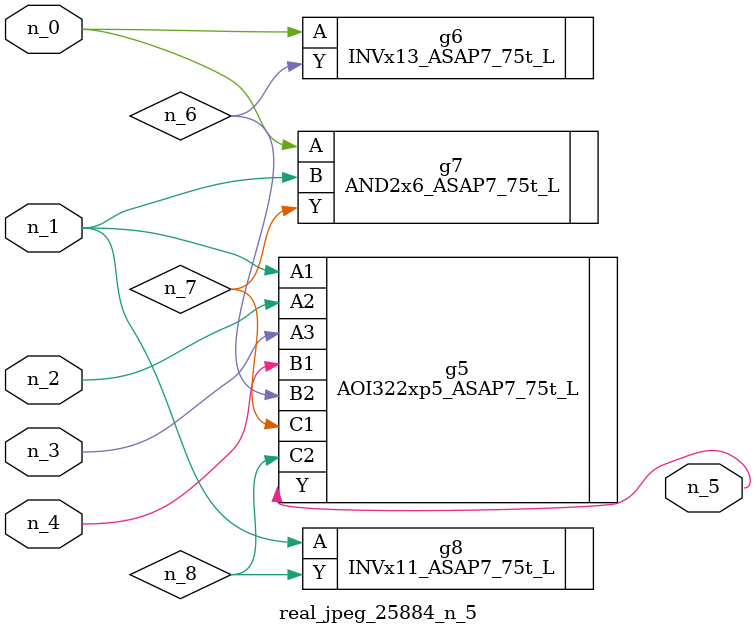
<source format=v>
module real_jpeg_25884_n_5 (n_4, n_0, n_1, n_2, n_3, n_5);

input n_4;
input n_0;
input n_1;
input n_2;
input n_3;

output n_5;

wire n_8;
wire n_6;
wire n_7;

INVx13_ASAP7_75t_L g6 ( 
.A(n_0),
.Y(n_6)
);

AND2x6_ASAP7_75t_L g7 ( 
.A(n_0),
.B(n_1),
.Y(n_7)
);

AOI322xp5_ASAP7_75t_L g5 ( 
.A1(n_1),
.A2(n_2),
.A3(n_3),
.B1(n_4),
.B2(n_6),
.C1(n_7),
.C2(n_8),
.Y(n_5)
);

INVx11_ASAP7_75t_L g8 ( 
.A(n_1),
.Y(n_8)
);


endmodule
</source>
